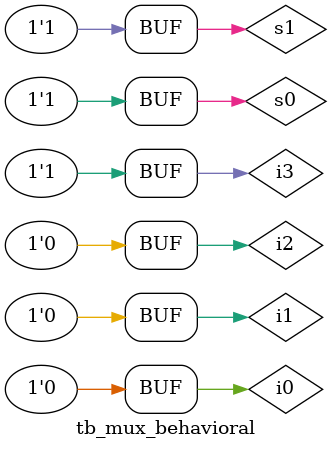
<source format=v>
`timescale 1ns / 1ps


module tb_mux_behavioral;

    reg i0;
    reg i1;
    reg i2;
    reg i3;
    reg s0;
    reg s1;
    wire d;
   
    mux_behavioral uut(
    .i0(i0),
    .i1(i1),
    .i2(i2),
    .i3(i3),
    .s0(s0),
    .s1(s1),
    .d(d)
    );
   
    initial begin
    i0=0;
    i1=0;
    i2=0;
    i3=0;
    s1=0;
    s0=0;
   
    #50
   
    i0=0;
    i1=0;
    i2=0;
    i3=0;
    s1=0;
    s0=0;
   
    #50
    $display("TC01 ");
    if(d!=1'b0) $display ("Result is wrong");
   
    i0=0;
    i1=0;
    i2=0;
    i3=0;
    s1=0;
    s0=1;
    #50
    $display("TC02 ");
    if(d!=1'b0) $display ("Result is wrong");
   
    i0=0;
    i1=0;
    i2=0;
    i3=0;
    s1=1;
    s0=0;
    #50
    $display("TC03 ");
    if(d!=1'b0) $display ("Result is wrong");
    i0=0;
    i1=0;
    i2=0;
    i3=0;
    s1=1;
    s0=1;
    #50
    $display("TC04 ");
    if(d!=1'b0) $display ("Result is wrong");
    i0=1;
    i1=0;
    i2=0;
    i3=0;
    s1=0;
    s0=0;
    #50
    $display("TC05 ");
    if(d!=1'b1) $display ("Result is wrong");
    i0=0;
    i1=1;
    i2=0;
    i3=0;
    s1=0;
    s0=1;
    #50
    $display("TC06 ");
    if(d!=1'b1) $display ("Result is wrong");
    i0=0;
    i1=0;
    i2=1;
    i3=0;
    s1=1;
    s0=0;
    #50
    $display("TC07 ");
    if(d!=1'b1) $display ("Result is wrong");
    i0=0;
    i1=0;
    i2=0;
    i3=1;
    s1=1;
    s0=1;
    #50
    $display("TC08 ");
    if(d!=1'b1) $display ("Result is wrong");
   
    end
endmodule

</source>
